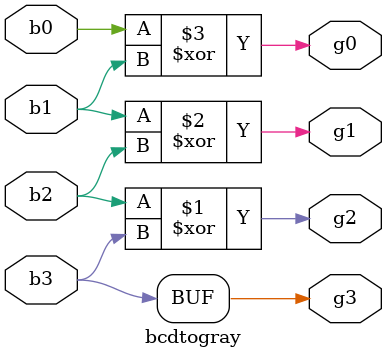
<source format=v>
module bcdtogray(g3,g2,g1,g0,b3,b2,b1,b0);
output g3,g2,g1,g0;
input b3,b2,b1,b0;
assign g3=b3;
assign g2=b2^b3;
assign g1=b1^b2;
assign g0=b0^b1;
endmodule
</source>
